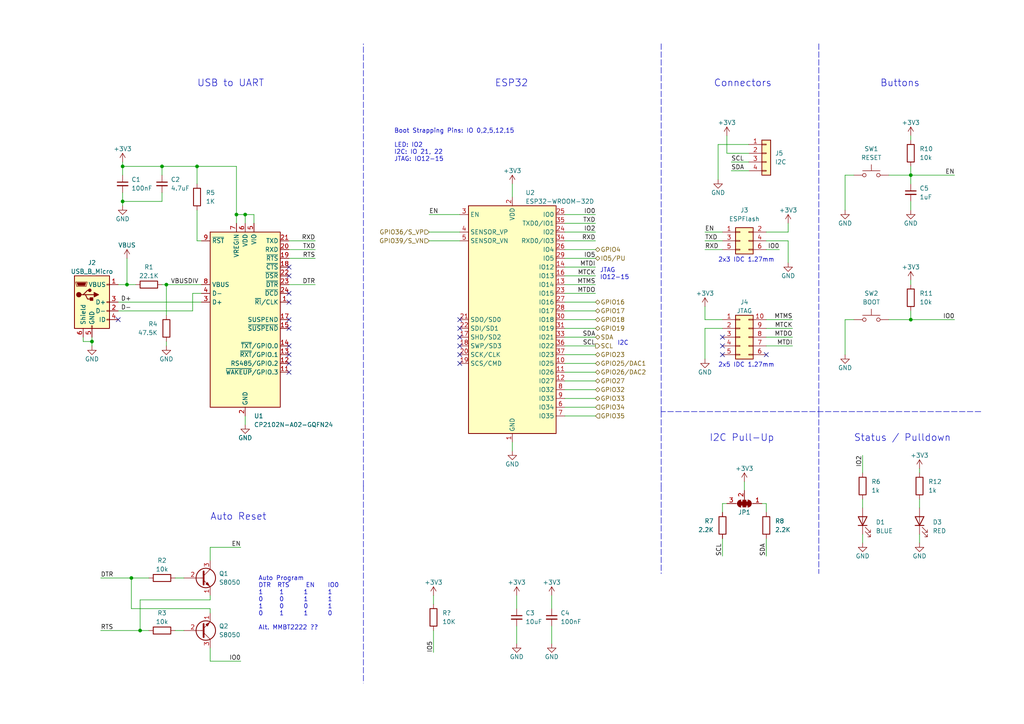
<source format=kicad_sch>
(kicad_sch (version 20211123) (generator eeschema)
  (paper "A4")
  (title_block (title "SW-3221: Controller") (date "2022-01-30") (rev "1"))
  (lib_symbols
    (symbol "Connector:USB_B_Micro" (pin_names (offset 1.016))
      (property "Reference" "J" (at -5.08 11.43 0))
      (property "Value" "USB_B_Micro" (at -5.08 8.89 0))
      (symbol "USB_B_Micro_0_1"
        (rectangle (start -5.08 -7.62) (end 5.08 7.62) (stroke (width 0.254)) (fill (type background)))
        (circle (center -3.81 2.159) (radius 0.635) (stroke (width 0.254)) (fill (type outline)))
        (circle (center -0.635 3.429) (radius 0.381) (stroke (width 0.254)) (fill (type outline)))
        (rectangle (start -0.127 -7.62) (end 0.127 -6.858))
        (polyline (pts (xy -1.905 2.159) (xy 0.635 2.159)) (stroke (width 0.254)))
        (polyline (pts (xy -3.175 2.159) (xy -2.54 2.159) (xy -1.27 3.429) (xy -0.635 3.429)) (stroke (width 0.254)))
        (polyline (pts (xy -2.54 2.159) (xy -1.905 2.159) (xy -1.27 0.889) (xy 0 0.889)) (stroke (width 0.254)))
        (polyline (pts (xy 0.635 2.794) (xy 0.635 1.524) (xy 1.905 2.159) (xy 0.635 2.794)) (stroke (width 0.254)) (fill (type outline)))
        (polyline (pts (xy -4.318 5.588) (xy -1.778 5.588) (xy -2.032 4.826) (xy -4.064 4.826) (xy -4.318 5.588)) (fill (type outline)))
        (polyline (pts (xy -4.699 5.842) (xy -4.699 5.588) (xy -4.445 4.826) (xy -4.445 4.572) (xy -1.651 4.572) (xy -1.651 4.826) (xy -1.397 5.588) (xy -1.397 5.842) (xy -4.699 5.842)))
        (rectangle (start 0.254 1.27) (end -0.508 0.508) (stroke (width 0.254)) (fill (type outline)))
        (rectangle (start 5.08 -5.207) (end 4.318 -4.953))
        (rectangle (start 5.08 -2.667) (end 4.318 -2.413))
        (rectangle (start 5.08 -0.127) (end 4.318 0.127))
        (rectangle (start 5.08 4.953) (end 4.318 5.207))
      )
      (symbol "USB_B_Micro_1_1"
        (pin power_out line (at 7.62 5.08 180) (length 2.54) (name "VBUS") (number "1"))
        (pin bidirectional line (at 7.62 -2.54 180) (length 2.54) (name "D-") (number "2"))
        (pin bidirectional line (at 7.62 0 180) (length 2.54) (name "D+") (number "3"))
        (pin passive line (at 7.62 -5.08 180) (length 2.54) (name "ID") (number "4"))
        (pin power_out line (at 0 -10.16 90) (length 2.54) (name "GND") (number "5"))
        (pin passive line (at -2.54 -10.16 90) (length 2.54) (name "Shield") (number "6"))
      )
    )
    (symbol "Connector_Generic:Conn_01x04" (pin_names (offset 1.016) hide)
      (property "Reference" "J" (at 0 5.08 0))
      (property "Value" "Conn_01x04" (at 0 -7.62 0))
      (symbol "Conn_01x04_1_1"
        (rectangle (start -1.27 -4.953) (end 0 -5.207) (stroke (width 0.1524)))
        (rectangle (start -1.27 -2.413) (end 0 -2.667) (stroke (width 0.1524)))
        (rectangle (start -1.27 0.127) (end 0 -0.127) (stroke (width 0.1524)))
        (rectangle (start -1.27 2.667) (end 0 2.413) (stroke (width 0.1524)))
        (rectangle (start -1.27 3.81) (end 1.27 -6.35) (stroke (width 0.254)) (fill (type background)))
        (pin passive line (at -5.08 2.54 0) (length 3.81) (name "Pin_1") (number "1"))
        (pin passive line (at -5.08 0 0) (length 3.81) (name "Pin_2") (number "2"))
        (pin passive line (at -5.08 -2.54 0) (length 3.81) (name "Pin_3") (number "3"))
        (pin passive line (at -5.08 -5.08 0) (length 3.81) (name "Pin_4") (number "4"))
      )
    )
    (symbol "Connector_Generic:Conn_02x03_Odd_Even" (pin_names (offset 1.016) hide)
      (property "Reference" "J" (at 1.27 5.08 0))
      (property "Value" "Conn_02x03_Odd_Even" (at 1.27 -5.08 0))
      (symbol "Conn_02x03_Odd_Even_1_1"
        (rectangle (start -1.27 -2.413) (end 0 -2.667) (stroke (width 0.1524)))
        (rectangle (start -1.27 0.127) (end 0 -0.127) (stroke (width 0.1524)))
        (rectangle (start -1.27 2.667) (end 0 2.413) (stroke (width 0.1524)))
        (rectangle (start -1.27 3.81) (end 3.81 -3.81) (stroke (width 0.254)) (fill (type background)))
        (rectangle (start 3.81 -2.413) (end 2.54 -2.667) (stroke (width 0.1524)))
        (rectangle (start 3.81 0.127) (end 2.54 -0.127) (stroke (width 0.1524)))
        (rectangle (start 3.81 2.667) (end 2.54 2.413) (stroke (width 0.1524)))
        (pin passive line (at -5.08 2.54 0) (length 3.81) (name "Pin_1") (number "1"))
        (pin passive line (at 7.62 2.54 180) (length 3.81) (name "Pin_2") (number "2"))
        (pin passive line (at -5.08 0 0) (length 3.81) (name "Pin_3") (number "3"))
        (pin passive line (at 7.62 0 180) (length 3.81) (name "Pin_4") (number "4"))
        (pin passive line (at -5.08 -2.54 0) (length 3.81) (name "Pin_5") (number "5"))
        (pin passive line (at 7.62 -2.54 180) (length 3.81) (name "Pin_6") (number "6"))
      )
    )
    (symbol "Connector_Generic:Conn_02x05_Counter_Clockwise" (pin_names (offset 1.016) hide)
      (property "Reference" "J" (at 1.27 7.62 0))
      (property "Value" "Conn_02x05_Counter_Clockwise" (at 1.27 -7.62 0))
      (symbol "Conn_02x05_Counter_Clockwise_1_1"
        (rectangle (start -1.27 -4.953) (end 0 -5.207) (stroke (width 0.1524)))
        (rectangle (start -1.27 -2.413) (end 0 -2.667) (stroke (width 0.1524)))
        (rectangle (start -1.27 0.127) (end 0 -0.127) (stroke (width 0.1524)))
        (rectangle (start -1.27 2.667) (end 0 2.413) (stroke (width 0.1524)))
        (rectangle (start -1.27 5.207) (end 0 4.953) (stroke (width 0.1524)))
        (rectangle (start -1.27 6.35) (end 3.81 -6.35) (stroke (width 0.254)) (fill (type background)))
        (rectangle (start 3.81 -4.953) (end 2.54 -5.207) (stroke (width 0.1524)))
        (rectangle (start 3.81 -2.413) (end 2.54 -2.667) (stroke (width 0.1524)))
        (rectangle (start 3.81 0.127) (end 2.54 -0.127) (stroke (width 0.1524)))
        (rectangle (start 3.81 2.667) (end 2.54 2.413) (stroke (width 0.1524)))
        (rectangle (start 3.81 5.207) (end 2.54 4.953) (stroke (width 0.1524)))
        (pin passive line (at -5.08 5.08 0) (length 3.81) (name "Pin_1") (number "1"))
        (pin passive line (at 7.62 5.08 180) (length 3.81) (name "Pin_10") (number "10"))
        (pin passive line (at -5.08 2.54 0) (length 3.81) (name "Pin_2") (number "2"))
        (pin passive line (at -5.08 0 0) (length 3.81) (name "Pin_3") (number "3"))
        (pin passive line (at -5.08 -2.54 0) (length 3.81) (name "Pin_4") (number "4"))
        (pin passive line (at -5.08 -5.08 0) (length 3.81) (name "Pin_5") (number "5"))
        (pin passive line (at 7.62 -5.08 180) (length 3.81) (name "Pin_6") (number "6"))
        (pin passive line (at 7.62 -2.54 180) (length 3.81) (name "Pin_7") (number "7"))
        (pin passive line (at 7.62 0 180) (length 3.81) (name "Pin_8") (number "8"))
        (pin passive line (at 7.62 2.54 180) (length 3.81) (name "Pin_9") (number "9"))
      )
    )
    (symbol "Device:C_Small" (pin_numbers hide) (pin_names (offset 0.254) hide)
      (property "Reference" "C" (at 0.254 1.778 0))
      (property "Value" "C_Small" (at 0.254 -2.032 0))
      (symbol "C_Small_0_1"
        (polyline (pts (xy -1.524 -0.508) (xy 1.524 -0.508)) (stroke (width 0.3302)))
        (polyline (pts (xy -1.524 0.508) (xy 1.524 0.508)) (stroke (width 0.3048)))
      )
      (symbol "C_Small_1_1"
        (pin passive line (at 0 2.54 270) (length 2.032) (name "~") (number "1"))
        (pin passive line (at 0 -2.54 90) (length 2.032) (name "~") (number "2"))
      )
    )
    (symbol "Device:LED" (pin_numbers hide) (pin_names (offset 1.016) hide)
      (property "Reference" "D" (at 0 2.54 0))
      (property "Value" "LED" (at 0 -2.54 0))
      (symbol "LED_0_1"
        (polyline (pts (xy -1.27 -1.27) (xy -1.27 1.27)) (stroke (width 0.254)))
        (polyline (pts (xy -1.27 0) (xy 1.27 0)))
        (polyline (pts (xy 1.27 -1.27) (xy 1.27 1.27) (xy -1.27 0) (xy 1.27 -1.27)) (stroke (width 0.254)))
        (polyline (pts (xy -3.048 -0.762) (xy -4.572 -2.286) (xy -3.81 -2.286) (xy -4.572 -2.286) (xy -4.572 -1.524)))
        (polyline (pts (xy -1.778 -0.762) (xy -3.302 -2.286) (xy -2.54 -2.286) (xy -3.302 -2.286) (xy -3.302 -1.524)))
      )
      (symbol "LED_1_1"
        (pin passive line (at -3.81 0 0) (length 2.54) (name "K") (number "1"))
        (pin passive line (at 3.81 0 180) (length 2.54) (name "A") (number "2"))
      )
    )
    (symbol "Device:R" (pin_numbers hide) (pin_names (offset 0))
      (property "Reference" "R" (at 2.032 0 90))
      (property "Value" "R" (at 0 0 90))
      (symbol "R_0_1"
        (rectangle (start -1.016 -2.54) (end 1.016 2.54) (stroke (width 0.254)))
      )
      (symbol "R_1_1"
        (pin passive line (at 0 3.81 270) (length 1.27) (name "~") (number "1"))
        (pin passive line (at 0 -3.81 90) (length 1.27) (name "~") (number "2"))
      )
    )
    (symbol "Interface_USB:CP2102N-Axx-xQFN24"
      (property "Reference" "U" (at -8.89 26.67 0))
      (property "Value" "CP2102N-Axx-xQFN24" (at 13.97 26.67 0))
      (symbol "CP2102N-Axx-xQFN24_0_1"
        (rectangle (start -10.16 25.4) (end 10.16 -25.4) (stroke (width 0.254)) (fill (type background)))
      )
      (symbol "CP2102N-Axx-xQFN24_1_1"
        (pin bidirectional line (at 12.7 5.08 180) (length 2.54) (name "~{RI}/CLK") (number "1"))
        (pin no_connect line (at -10.16 -22.86 0) (length 2.54) hide (name "NC") (number "10"))
        (pin bidirectional line (at 12.7 -15.24 180) (length 2.54) (name "~{WAKEUP}/GPIO.3") (number "11"))
        (pin bidirectional line (at 12.7 -12.7 180) (length 2.54) (name "RS485/GPIO.2") (number "12"))
        (pin bidirectional line (at 12.7 -10.16 180) (length 2.54) (name "~{RXT}/GPIO.1") (number "13"))
        (pin bidirectional line (at 12.7 -7.62 180) (length 2.54) (name "~{TXT}/GPIO.0") (number "14"))
        (pin output line (at 12.7 -2.54 180) (length 2.54) (name "~{SUSPEND}") (number "15"))
        (pin no_connect line (at 10.16 -22.86 180) (length 2.54) hide (name "NC") (number "16"))
        (pin output line (at 12.7 0 180) (length 2.54) (name "SUSPEND") (number "17"))
        (pin input line (at 12.7 15.24 180) (length 2.54) (name "~{CTS}") (number "18"))
        (pin output line (at 12.7 17.78 180) (length 2.54) (name "~{RTS}") (number "19"))
        (pin power_in line (at 0 -27.94 90) (length 2.54) (name "GND") (number "2"))
        (pin input line (at 12.7 20.32 180) (length 2.54) (name "RXD") (number "20"))
        (pin output line (at 12.7 22.86 180) (length 2.54) (name "TXD") (number "21"))
        (pin input line (at 12.7 12.7 180) (length 2.54) (name "~{DSR}") (number "22"))
        (pin output line (at 12.7 10.16 180) (length 2.54) (name "~{DTR}") (number "23"))
        (pin input line (at 12.7 7.62 180) (length 2.54) (name "~{DCD}") (number "24"))
        (pin passive line (at 0 -27.94 90) (length 2.54) hide (name "GND") (number "25"))
        (pin bidirectional line (at -12.7 5.08 0) (length 2.54) (name "D+") (number "3"))
        (pin bidirectional line (at -12.7 7.62 0) (length 2.54) (name "D-") (number "4"))
        (pin power_in line (at 2.54 27.94 270) (length 2.54) (name "VIO") (number "5"))
        (pin power_in line (at 0 27.94 270) (length 2.54) (name "VDD") (number "6"))
        (pin power_in line (at -2.54 27.94 270) (length 2.54) (name "VREGIN") (number "7"))
        (pin input line (at -12.7 10.16 0) (length 2.54) (name "VBUS") (number "8"))
        (pin input line (at -12.7 22.86 0) (length 2.54) (name "~{RST}") (number "9"))
      )
    )
    (symbol "Jumper:SolderJumper_3_Bridged123" (pin_names (offset 0) hide)
      (property "Reference" "JP" (at -2.54 -2.54 0))
      (property "Value" "SolderJumper_3_Bridged123" (at 0 2.794 0))
      (symbol "SolderJumper_3_Bridged123_0_1"
        (rectangle (start -1.016 0.508) (end -0.508 -0.508) (fill (type outline)))
        (arc (start -1.016 1.016) (mid -2.032 0) (end -1.016 -1.016))
        (arc (start -1.016 1.016) (mid -2.032 0) (end -1.016 -1.016) (fill (type outline)))
        (rectangle (start -0.508 1.016) (end 0.508 -1.016) (fill (type outline)))
        (polyline (pts (xy -2.54 0) (xy -2.032 0)))
        (polyline (pts (xy -1.016 1.016) (xy -1.016 -1.016)))
        (polyline (pts (xy 0 -1.27) (xy 0 -1.016)))
        (polyline (pts (xy 1.016 1.016) (xy 1.016 -1.016)))
        (polyline (pts (xy 2.54 0) (xy 2.032 0)))
        (rectangle (start 0.508 0.508) (end 1.016 -0.508) (fill (type outline)))
        (arc (start 1.016 -1.016) (mid 2.032 0) (end 1.016 1.016))
        (arc (start 1.016 -1.016) (mid 2.032 0) (end 1.016 1.016) (fill (type outline)))
      )
      (symbol "SolderJumper_3_Bridged123_1_1"
        (pin passive line (at -5.08 0 0) (length 2.54) (name "A") (number "1"))
        (pin input line (at 0 -3.81 90) (length 2.54) (name "C") (number "2"))
        (pin passive line (at 5.08 0 180) (length 2.54) (name "B") (number "3"))
      )
    )
    (symbol "RF_Module:ESP32-WROOM-32D"
      (property "Reference" "U" (at -12.7 34.29 0))
      (property "Value" "ESP32-WROOM-32D" (at 1.27 34.29 0))
      (symbol "ESP32-WROOM-32D_0_1"
        (rectangle (start -12.7 33.02) (end 12.7 -33.02) (stroke (width 0.254)) (fill (type background)))
      )
      (symbol "ESP32-WROOM-32D_1_1"
        (pin power_in line (at 0 -35.56 90) (length 2.54) (name "GND") (number "1"))
        (pin bidirectional line (at 15.24 -12.7 180) (length 2.54) (name "IO25") (number "10"))
        (pin bidirectional line (at 15.24 -15.24 180) (length 2.54) (name "IO26") (number "11"))
        (pin bidirectional line (at 15.24 -17.78 180) (length 2.54) (name "IO27") (number "12"))
        (pin bidirectional line (at 15.24 10.16 180) (length 2.54) (name "IO14") (number "13"))
        (pin bidirectional line (at 15.24 15.24 180) (length 2.54) (name "IO12") (number "14"))
        (pin passive line (at 0 -35.56 90) (length 2.54) hide (name "GND") (number "15"))
        (pin bidirectional line (at 15.24 12.7 180) (length 2.54) (name "IO13") (number "16"))
        (pin bidirectional line (at -15.24 -5.08 0) (length 2.54) (name "SHD/SD2") (number "17"))
        (pin bidirectional line (at -15.24 -7.62 0) (length 2.54) (name "SWP/SD3") (number "18"))
        (pin bidirectional line (at -15.24 -12.7 0) (length 2.54) (name "SCS/CMD") (number "19"))
        (pin power_in line (at 0 35.56 270) (length 2.54) (name "VDD") (number "2"))
        (pin bidirectional line (at -15.24 -10.16 0) (length 2.54) (name "SCK/CLK") (number "20"))
        (pin bidirectional line (at -15.24 0 0) (length 2.54) (name "SDO/SD0") (number "21"))
        (pin bidirectional line (at -15.24 -2.54 0) (length 2.54) (name "SDI/SD1") (number "22"))
        (pin bidirectional line (at 15.24 7.62 180) (length 2.54) (name "IO15") (number "23"))
        (pin bidirectional line (at 15.24 25.4 180) (length 2.54) (name "IO2") (number "24"))
        (pin bidirectional line (at 15.24 30.48 180) (length 2.54) (name "IO0") (number "25"))
        (pin bidirectional line (at 15.24 20.32 180) (length 2.54) (name "IO4") (number "26"))
        (pin bidirectional line (at 15.24 5.08 180) (length 2.54) (name "IO16") (number "27"))
        (pin bidirectional line (at 15.24 2.54 180) (length 2.54) (name "IO17") (number "28"))
        (pin bidirectional line (at 15.24 17.78 180) (length 2.54) (name "IO5") (number "29"))
        (pin input line (at -15.24 30.48 0) (length 2.54) (name "EN") (number "3"))
        (pin bidirectional line (at 15.24 0 180) (length 2.54) (name "IO18") (number "30"))
        (pin bidirectional line (at 15.24 -2.54 180) (length 2.54) (name "IO19") (number "31"))
        (pin no_connect line (at -12.7 -27.94 0) (length 2.54) hide (name "NC") (number "32"))
        (pin bidirectional line (at 15.24 -5.08 180) (length 2.54) (name "IO21") (number "33"))
        (pin bidirectional line (at 15.24 22.86 180) (length 2.54) (name "RXD0/IO3") (number "34"))
        (pin bidirectional line (at 15.24 27.94 180) (length 2.54) (name "TXD0/IO1") (number "35"))
        (pin bidirectional line (at 15.24 -7.62 180) (length 2.54) (name "IO22") (number "36"))
        (pin bidirectional line (at 15.24 -10.16 180) (length 2.54) (name "IO23") (number "37"))
        (pin passive line (at 0 -35.56 90) (length 2.54) hide (name "GND") (number "38"))
        (pin passive line (at 0 -35.56 90) (length 2.54) hide (name "GND") (number "39"))
        (pin input line (at -15.24 25.4 0) (length 2.54) (name "SENSOR_VP") (number "4"))
        (pin input line (at -15.24 22.86 0) (length 2.54) (name "SENSOR_VN") (number "5"))
        (pin input line (at 15.24 -25.4 180) (length 2.54) (name "IO34") (number "6"))
        (pin input line (at 15.24 -27.94 180) (length 2.54) (name "IO35") (number "7"))
        (pin bidirectional line (at 15.24 -20.32 180) (length 2.54) (name "IO32") (number "8"))
        (pin bidirectional line (at 15.24 -22.86 180) (length 2.54) (name "IO33") (number "9"))
      )
    )
    (symbol "Switch:SW_Push" (pin_numbers hide) (pin_names (offset 1.016) hide)
      (property "Reference" "SW" (at 1.27 2.54 0))
      (property "Value" "SW_Push" (at 0 -1.524 0))
      (symbol "SW_Push_0_1"
        (circle (center -2.032 0) (radius 0.508))
        (polyline (pts (xy 0 1.27) (xy 0 3.048)))
        (polyline (pts (xy 2.54 1.27) (xy -2.54 1.27)))
        (circle (center 2.032 0) (radius 0.508))
        (pin passive line (at -5.08 0 0) (length 2.54) (name "1") (number "1"))
        (pin passive line (at 5.08 0 180) (length 2.54) (name "2") (number "2"))
      )
    )
    (symbol "Transistor_BJT:S8050" (pin_names (offset 0) hide)
      (property "Reference" "Q" (at 5.08 1.905 0))
      (property "Value" "S8050" (at 5.08 0 0))
      (symbol "S8050_0_1"
        (polyline (pts (xy 0 0) (xy 0.635 0)))
        (polyline (pts (xy 0.635 0.635) (xy 2.54 2.54)))
        (polyline (pts (xy 0.635 -0.635) (xy 2.54 -2.54) (xy 2.54 -2.54)))
        (polyline (pts (xy 0.635 1.905) (xy 0.635 -1.905) (xy 0.635 -1.905)) (stroke (width 0.508)))
        (polyline (pts (xy 1.27 -1.778) (xy 1.778 -1.27) (xy 2.286 -2.286) (xy 1.27 -1.778) (xy 1.27 -1.778)) (fill (type outline)))
        (circle (center 1.27 0) (radius 2.8194) (stroke (width 0.254)))
      )
      (symbol "S8050_1_1"
        (pin passive line (at 2.54 -5.08 90) (length 2.54) (name "E") (number "1"))
        (pin input line (at -5.08 0 0) (length 5.08) (name "B") (number "2"))
        (pin passive line (at 2.54 5.08 270) (length 2.54) (name "C") (number "3"))
      )
    )
    (symbol "power:+3.3V" (power) (pin_names (offset 0))
      (property "Value" "+3.3V" (at 0 3.556 0))
      (symbol "+3.3V_0_1"
        (polyline (pts (xy -0.762 1.27) (xy 0 2.54)))
        (polyline (pts (xy 0 0) (xy 0 2.54)))
        (polyline (pts (xy 0 2.54) (xy 0.762 1.27)))
      )
      (symbol "+3.3V_1_1"
        (pin power_in line (at 0 0 90) (length 0) hide (name "+3V3") (number "1"))
      )
    )
    (symbol "power:GND" (power) (pin_names (offset 0))
      (property "Value" "GND" (at 0 -3.81 0))
      (symbol "GND_0_1"
        (polyline (pts (xy 0 0) (xy 0 -1.27) (xy 1.27 -1.27) (xy 0 -2.54) (xy -1.27 -1.27) (xy 0 -1.27)))
      )
      (symbol "GND_1_1"
        (pin power_in line (at 0 0 270) (length 0) hide (name "GND") (number "1"))
      )
    )
    (symbol "power:VBUS" (power) (pin_names (offset 0))
      (property "Value" "VBUS" (at 0 3.81 0))
      (symbol "VBUS_0_1"
        (polyline (pts (xy -0.762 1.27) (xy 0 2.54)))
        (polyline (pts (xy 0 0) (xy 0 2.54)))
        (polyline (pts (xy 0 2.54) (xy 0.762 1.27)))
      )
      (symbol "VBUS_1_1"
        (pin power_in line (at 0 0 90) (length 0) hide (name "VBUS") (number "1"))
      )
    )
  )
  (junction (at 38.1 167.64))
  (junction (at 48.26 82.55))
  (junction (at 264.16 50.8))
  (junction (at 40.64 182.88))
  (junction (at 26.67 99.06))
  (junction (at 264.16 92.71))
  (junction (at 36.83 82.55))
  (junction (at 46.99 48.26))
  (junction (at 71.12 62.23))
  (junction (at 57.15 48.26))
  (junction (at 68.58 62.23))
  (junction (at 35.56 58.42))
  (junction (at 35.56 48.26))
  (no_connect (at 133.35 92.71))
  (no_connect (at 133.35 100.33))
  (no_connect (at 133.35 102.87))
  (no_connect (at 133.35 95.25))
  (no_connect (at 133.35 97.79))
  (no_connect (at 133.35 105.41))
  (no_connect (at 83.82 77.47))
  (no_connect (at 83.82 92.71))
  (no_connect (at 83.82 87.63))
  (no_connect (at 83.82 95.25))
  (no_connect (at 83.82 85.09))
  (no_connect (at 83.82 80.01))
  (no_connect (at 83.82 105.41))
  (no_connect (at 83.82 100.33))
  (no_connect (at 83.82 102.87))
  (no_connect (at 83.82 107.95))
  (no_connect (at 34.29 92.71))
  (no_connect (at 222.25 102.87))
  (no_connect (at 209.55 100.33))
  (no_connect (at 209.55 102.87))
  (no_connect (at 209.55 97.79))
  (wire (pts (xy 163.83 69.85) (xy 172.72 69.85)))
  (wire (pts (xy 204.47 95.25) (xy 209.55 95.25)))
  (wire (pts (xy 222.25 72.39) (xy 226.06 72.39)))
  (wire (pts (xy 26.67 99.06) (xy 24.13 99.06)))
  (wire (pts (xy 250.19 154.94) (xy 250.19 157.48)))
  (wire (pts (xy 215.9 139.7) (xy 215.9 142.24)))
  (wire (pts (xy 57.15 69.85) (xy 58.42 69.85)))
  (wire (pts (xy 217.17 46.99) (xy 212.09 46.99)))
  (wire (pts (xy 163.83 64.77) (xy 172.72 64.77)))
  (wire (pts (xy 48.26 82.55) (xy 48.26 91.44)))
  (wire (pts (xy 222.25 161.29) (xy 222.25 156.21)))
  (wire (pts (xy 36.83 74.93) (xy 36.83 82.55)))
  (wire (pts (xy 60.96 162.56) (xy 60.96 158.75)))
  (wire (pts (xy 40.64 182.88) (xy 43.18 182.88)))
  (wire (pts (xy 163.83 95.25) (xy 172.72 95.25)))
  (wire (pts (xy 250.19 132.08) (xy 250.19 137.16)))
  (wire (pts (xy 58.42 85.09) (xy 55.88 85.09)))
  (wire (pts (xy 204.47 92.71) (xy 209.55 92.71)))
  (wire (pts (xy 57.15 48.26) (xy 68.58 48.26)))
  (wire (pts (xy 209.55 72.39) (xy 204.47 72.39)))
  (wire (pts (xy 26.67 97.79) (xy 26.67 99.06)))
  (wire (pts (xy 35.56 48.26) (xy 46.99 48.26)))
  (polyline (pts (xy 284.48 119.38) (xy 191.77 119.38)))
  (wire (pts (xy 73.66 62.23) (xy 71.12 62.23)))
  (wire (pts (xy 163.83 113.03) (xy 172.72 113.03)))
  (wire (pts (xy 209.55 69.85) (xy 204.47 69.85)))
  (wire (pts (xy 163.83 90.17) (xy 172.72 90.17)))
  (wire (pts (xy 220.98 146.05) (xy 222.25 146.05)))
  (wire (pts (xy 46.99 55.88) (xy 46.99 58.42)))
  (wire (pts (xy 264.16 39.37) (xy 264.16 40.64)))
  (wire (pts (xy 163.83 102.87) (xy 172.72 102.87)))
  (wire (pts (xy 57.15 48.26) (xy 57.15 53.34)))
  (wire (pts (xy 222.25 95.25) (xy 229.87 95.25)))
  (wire (pts (xy 264.16 50.8) (xy 257.81 50.8)))
  (wire (pts (xy 68.58 62.23) (xy 68.58 64.77)))
  (polyline (pts (xy 237.49 12.7) (xy 237.49 119.38)))
  (wire (pts (xy 60.96 191.77) (xy 69.85 191.77)))
  (wire (pts (xy 222.25 97.79) (xy 229.87 97.79)))
  (wire (pts (xy 149.86 181.61) (xy 149.86 186.69)))
  (wire (pts (xy 163.83 110.49) (xy 172.72 110.49)))
  (wire (pts (xy 264.16 48.26) (xy 264.16 50.8)))
  (wire (pts (xy 133.35 69.85) (xy 124.46 69.85)))
  (wire (pts (xy 163.83 80.01) (xy 172.72 80.01)))
  (wire (pts (xy 83.82 72.39) (xy 91.44 72.39)))
  (wire (pts (xy 222.25 100.33) (xy 229.87 100.33)))
  (wire (pts (xy 228.6 69.85) (xy 228.6 76.2)))
  (wire (pts (xy 60.96 158.75) (xy 69.85 158.75)))
  (wire (pts (xy 83.82 82.55) (xy 91.44 82.55)))
  (wire (pts (xy 163.83 62.23) (xy 172.72 62.23)))
  (wire (pts (xy 222.25 92.71) (xy 229.87 92.71)))
  (wire (pts (xy 163.83 115.57) (xy 172.72 115.57)))
  (wire (pts (xy 247.65 92.71) (xy 245.11 92.71)))
  (wire (pts (xy 264.16 90.17) (xy 264.16 92.71)))
  (wire (pts (xy 35.56 58.42) (xy 46.99 58.42)))
  (wire (pts (xy 55.88 85.09) (xy 55.88 90.17)))
  (polyline (pts (xy 237.49 119.38) (xy 237.49 166.37)))
  (wire (pts (xy 160.02 172.72) (xy 160.02 176.53)))
  (wire (pts (xy 83.82 74.93) (xy 91.44 74.93)))
  (wire (pts (xy 24.13 97.79) (xy 24.13 99.06)))
  (wire (pts (xy 257.81 92.71) (xy 264.16 92.71)))
  (wire (pts (xy 46.99 48.26) (xy 57.15 48.26)))
  (wire (pts (xy 228.6 64.77) (xy 228.6 67.31)))
  (wire (pts (xy 163.83 74.93) (xy 172.72 74.93)))
  (wire (pts (xy 50.8 167.64) (xy 53.34 167.64)))
  (wire (pts (xy 38.1 176.53) (xy 60.96 176.53)))
  (wire (pts (xy 148.59 53.34) (xy 148.59 57.15)))
  (wire (pts (xy 68.58 48.26) (xy 68.58 62.23)))
  (wire (pts (xy 57.15 69.85) (xy 57.15 60.96)))
  (wire (pts (xy 60.96 187.96) (xy 60.96 191.77)))
  (wire (pts (xy 208.28 41.91) (xy 208.28 52.07)))
  (wire (pts (xy 55.88 90.17) (xy 34.29 90.17)))
  (wire (pts (xy 163.83 107.95) (xy 172.72 107.95)))
  (wire (pts (xy 264.16 81.28) (xy 264.16 82.55)))
  (wire (pts (xy 163.83 85.09) (xy 172.72 85.09)))
  (wire (pts (xy 124.46 62.23) (xy 133.35 62.23)))
  (wire (pts (xy 264.16 50.8) (xy 264.16 53.34)))
  (polyline (pts (xy 191.77 12.7) (xy 191.77 119.38)))
  (wire (pts (xy 264.16 58.42) (xy 264.16 60.96)))
  (wire (pts (xy 34.29 87.63) (xy 58.42 87.63)))
  (wire (pts (xy 209.55 146.05) (xy 210.82 146.05)))
  (polyline (pts (xy 191.77 140.97) (xy 191.77 166.37)))
  (wire (pts (xy 266.7 135.89) (xy 266.7 137.16)))
  (wire (pts (xy 34.29 82.55) (xy 36.83 82.55)))
  (wire (pts (xy 71.12 62.23) (xy 71.12 64.77)))
  (wire (pts (xy 228.6 67.31) (xy 222.25 67.31)))
  (wire (pts (xy 217.17 49.53) (xy 212.09 49.53)))
  (wire (pts (xy 245.11 50.8) (xy 245.11 60.96)))
  (wire (pts (xy 209.55 148.59) (xy 209.55 146.05)))
  (wire (pts (xy 247.65 50.8) (xy 245.11 50.8)))
  (wire (pts (xy 163.83 82.55) (xy 172.72 82.55)))
  (wire (pts (xy 163.83 105.41) (xy 172.72 105.41)))
  (polyline (pts (xy 105.41 140.97) (xy 105.41 198.12)))
  (wire (pts (xy 266.7 144.78) (xy 266.7 147.32)))
  (wire (pts (xy 60.96 172.72) (xy 60.96 173.99)))
  (wire (pts (xy 46.99 82.55) (xy 48.26 82.55)))
  (wire (pts (xy 35.56 48.26) (xy 35.56 50.8)))
  (wire (pts (xy 148.59 128.27) (xy 148.59 130.81)))
  (wire (pts (xy 60.96 173.99) (xy 40.64 173.99)))
  (wire (pts (xy 210.82 39.37) (xy 210.82 44.45)))
  (wire (pts (xy 125.73 182.88) (xy 125.73 189.23)))
  (polyline (pts (xy 191.77 119.38) (xy 191.77 140.97)))
  (wire (pts (xy 222.25 69.85) (xy 228.6 69.85)))
  (wire (pts (xy 209.55 161.29) (xy 209.55 156.21)))
  (wire (pts (xy 36.83 82.55) (xy 39.37 82.55)))
  (wire (pts (xy 163.83 77.47) (xy 172.72 77.47)))
  (wire (pts (xy 43.18 167.64) (xy 38.1 167.64)))
  (wire (pts (xy 209.55 67.31) (xy 204.47 67.31)))
  (wire (pts (xy 264.16 92.71) (xy 276.86 92.71)))
  (wire (pts (xy 48.26 99.06) (xy 48.26 100.33)))
  (wire (pts (xy 222.25 146.05) (xy 222.25 148.59)))
  (wire (pts (xy 26.67 99.06) (xy 26.67 100.33)))
  (wire (pts (xy 35.56 55.88) (xy 35.56 58.42)))
  (wire (pts (xy 35.56 59.69) (xy 35.56 58.42)))
  (wire (pts (xy 163.83 67.31) (xy 172.72 67.31)))
  (wire (pts (xy 29.21 182.88) (xy 40.64 182.88)))
  (wire (pts (xy 266.7 154.94) (xy 266.7 157.48)))
  (wire (pts (xy 46.99 48.26) (xy 46.99 50.8)))
  (wire (pts (xy 125.73 172.72) (xy 125.73 175.26)))
  (wire (pts (xy 71.12 62.23) (xy 68.58 62.23)))
  (wire (pts (xy 133.35 67.31) (xy 124.46 67.31)))
  (wire (pts (xy 160.02 181.61) (xy 160.02 186.69)))
  (wire (pts (xy 149.86 172.72) (xy 149.86 176.53)))
  (wire (pts (xy 40.64 173.99) (xy 40.64 182.88)))
  (wire (pts (xy 163.83 87.63) (xy 172.72 87.63)))
  (wire (pts (xy 83.82 69.85) (xy 91.44 69.85)))
  (wire (pts (xy 163.83 97.79) (xy 172.72 97.79)))
  (wire (pts (xy 35.56 46.99) (xy 35.56 48.26)))
  (wire (pts (xy 29.21 167.64) (xy 38.1 167.64)))
  (wire (pts (xy 163.83 72.39) (xy 172.72 72.39)))
  (wire (pts (xy 163.83 92.71) (xy 172.72 92.71)))
  (wire (pts (xy 163.83 118.11) (xy 172.72 118.11)))
  (wire (pts (xy 71.12 120.65) (xy 71.12 123.19)))
  (wire (pts (xy 217.17 44.45) (xy 210.82 44.45)))
  (wire (pts (xy 204.47 88.9) (xy 204.47 92.71)))
  (wire (pts (xy 38.1 167.64) (xy 38.1 176.53)))
  (wire (pts (xy 264.16 50.8) (xy 276.86 50.8)))
  (wire (pts (xy 204.47 104.14) (xy 204.47 95.25)))
  (polyline (pts (xy 105.41 140.97) (xy 105.41 12.7)))
  (wire (pts (xy 48.26 82.55) (xy 58.42 82.55)))
  (wire (pts (xy 245.11 92.71) (xy 245.11 102.87)))
  (wire (pts (xy 163.83 100.33) (xy 172.72 100.33)))
  (wire (pts (xy 50.8 182.88) (xy 53.34 182.88)))
  (wire (pts (xy 250.19 144.78) (xy 250.19 147.32)))
  (wire (pts (xy 208.28 41.91) (xy 217.17 41.91)))
  (wire (pts (xy 73.66 64.77) (xy 73.66 62.23)))
  (wire (pts (xy 60.96 176.53) (xy 60.96 177.8)))
  (wire (pts (xy 163.83 120.65) (xy 172.72 120.65)))
  (text "Status / Pulldown" (at 247.65 128.27 0) (effects (font (size 2 2)) (justify left bottom)))
  (text "I2C" (at 179.07 100.33 0) (effects (font (size 1.27 1.27)) (justify left bottom)))
  (text "ESP32" (at 143.51 25.4 0) (effects (font (size 2 2)) (justify left bottom)))
  (text "2x3 IDC 1.27mm" (at 208.28 76.2 0) (effects (font (size 1.27 1.27)) (justify left bottom)))
  (text "2x5 IDC 1.27mm" (at 208.28 106.68 0) (effects (font (size 1.27 1.27)) (justify left bottom)))
  (text "Auto Program\nDTR  RTS     EN    IO0\n1     1      1      1\n0     0      1      1\n1     0      0      1\n0     1      1      0\n\nAlt. MMBT2222 ??" (at 74.93 182.88 0) (effects (font (size 1.27 1.27)) (justify left bottom)))
  (text "Auto Reset" (at 60.96 151.13 0) (effects (font (size 2 2)) (justify left bottom)))
  (text "USB to UART" (at 57.15 25.4 0) (effects (font (size 2 2)) (justify left bottom)))
  (text "I2C Pull-Up" (at 205.74 128.27 0) (effects (font (size 2 2)) (justify left bottom)))
  (text "JTAG\nIO12-15" (at 173.99 81.28 0) (effects (font (size 1.27 1.27)) (justify left bottom)))
  (text "Boot Strapping Pins: IO 0,2,5,12,15\n\nLED: IO2\nI2C: IO 21, 22\nJTAG: IO12-15" (at 114.3 46.99 0) (effects (font (size 1.27 1.27)) (justify left bottom)))
  (text "Connectors" (at 207.01 25.4 0) (effects (font (size 2 2)) (justify left bottom)))
  (text "Buttons" (at 255.27 25.4 0) (effects (font (size 2 2)) (justify left bottom)))
  (label "TXD" (at 172.72 64.77 180))
  (label "MTDO" (at 172.72 85.09 180))
  (label "MTCK" (at 229.87 95.25 180))
  (label "IO5" (at 172.72 74.93 180))
  (label "IO2" (at 172.72 67.31 180))
  (label "MTCK" (at 172.72 80.01 180))
  (label "SDA" (at 222.25 161.29 90))
  (label "SCL" (at 212.09 46.99 0))
  (label "VBUSDIV" (at 49.53 82.55 0))
  (label "SDA" (at 212.09 49.53 0))
  (label "IO0" (at 69.85 191.77 180))
  (label "IO5" (at 125.73 189.23 90))
  (label "RTS" (at 29.21 182.88 0))
  (label "D-" (at 38.1 90.17 180))
  (label "MTMS" (at 172.72 82.55 180))
  (label "EN" (at 69.85 158.75 180))
  (label "MTDI" (at 229.87 100.33 180))
  (label "RXD" (at 172.72 69.85 180))
  (label "EN" (at 276.86 50.8 180))
  (label "TXD" (at 91.44 72.39 180))
  (label "TXD" (at 204.47 69.85 0))
  (label "IO2" (at 250.19 132.08 270))
  (label "SDA" (at 172.72 97.79 180))
  (label "MTDI" (at 172.72 77.47 180))
  (label "DTR" (at 29.21 167.64 0))
  (label "IO0" (at 172.72 62.23 180))
  (label "D+" (at 38.1 87.63 180))
  (label "SCL" (at 209.55 161.29 90))
  (label "IO0" (at 276.86 92.71 180))
  (label "RXD" (at 91.44 69.85 180))
  (label "SCL" (at 172.72 100.33 180))
  (label "RTS" (at 91.44 74.93 180))
  (label "RXD" (at 204.47 72.39 0))
  (label "MTDO" (at 229.87 97.79 180))
  (label "EN" (at 124.46 62.23 0))
  (label "DTR" (at 91.44 82.55 180))
  (label "IO0" (at 226.06 72.39 180))
  (label "EN" (at 204.47 67.31 0))
  (label "MTMS" (at 229.87 92.71 180))
  (hierarchical_label "GPIO25{slash}DAC1" (shape bidirectional) (at 172.72 105.41 0))
  (hierarchical_label "IO5{slash}PU" (shape bidirectional) (at 172.72 74.93 0))
  (hierarchical_label "GPIO23" (shape bidirectional) (at 172.72 102.87 0))
  (hierarchical_label "GPIO27" (shape bidirectional) (at 172.72 110.49 0))
  (hierarchical_label "GPIO18" (shape bidirectional) (at 172.72 92.71 0))
  (hierarchical_label "GPIO36{slash}S_VP" (shape input) (at 124.46 67.31 180))
  (hierarchical_label "GPIO39{slash}S_VN" (shape input) (at 124.46 69.85 180))
  (hierarchical_label "SDA" (shape bidirectional) (at 172.72 97.79 0))
  (hierarchical_label "GPIO33" (shape bidirectional) (at 172.72 115.57 0))
  (hierarchical_label "GPIO34" (shape input) (at 172.72 118.11 0))
  (hierarchical_label "GPIO32" (shape bidirectional) (at 172.72 113.03 0))
  (hierarchical_label "GPIO16" (shape bidirectional) (at 172.72 87.63 0))
  (hierarchical_label "SCL" (shape output) (at 172.72 100.33 0))
  (hierarchical_label "GPIO19" (shape bidirectional) (at 172.72 95.25 0))
  (hierarchical_label "GPIO35" (shape input) (at 172.72 120.65 0))
  (hierarchical_label "GPIO26{slash}DAC2" (shape bidirectional) (at 172.72 107.95 0))
  (hierarchical_label "GPIO17" (shape bidirectional) (at 172.72 90.17 0))
  (hierarchical_label "GPIO4" (shape bidirectional) (at 172.72 72.39 0))
  (symbol (lib_id "Device:C_Small") (at 149.86 179.07 0) (unit 1)
    (property "Reference" "C3" (at 152.4 177.8 0) (effects (justify left)))
    (property "Value" "10uF" (at 152.4 180.34 0) (effects (justify left)))
    (property "Footprint" "Capacitor_SMD:C_0603_1608Metric" (effects hide))
  )
  (symbol (lib_id "power:+3.3V") (at 264.16 81.28 0) (unit 1)
    (property "Reference" "#PWR030" (effects hide))
    (property "Value" "+3.3V" (at 264.16 77.47 0))
  )
  (symbol (lib_id "power:GND") (at 266.7 157.48 0) (unit 1)
    (property "Reference" "#PWR032" (effects hide))
    (property "Value" "GND" (at 266.7 161.29 0))
  )
  (symbol (lib_id "Device:LED") (at 266.7 151.13 90) (unit 1)
    (property "Reference" "D3" (at 270.51 151.4474 90) (effects (justify right)))
    (property "Value" "RED" (at 270.51 153.9874 90) (effects (justify right)))
    (property "Footprint" "LED_SMD:LED_0805_2012Metric" (effects hide))
  )
  (symbol (lib_id "power:+3.3V") (at 204.47 88.9 0) (unit 1)
    (property "Reference" "#PWR018" (effects hide))
    (property "Value" "+3.3V" (at 204.47 85.09 0))
  )
  (symbol (lib_id "Device:R") (at 250.19 140.97 180) (unit 1)
    (property "Reference" "R6" (at 252.73 139.6999 0) (effects (justify right)))
    (property "Value" "1k" (at 252.73 142.2399 0) (effects (justify right)))
    (property "Footprint" "Resistor_SMD:R_0603_1608Metric" (effects hide))
  )
  (symbol (lib_id "power:GND") (at 204.47 104.14 0) (unit 1)
    (property "Reference" "#PWR019" (effects hide))
    (property "Value" "GND" (at 204.47 107.95 0))
  )
  (symbol (lib_id "RF_Module:ESP32-WROOM-32D") (at 148.59 92.71 0) (unit 1)
    (property "Reference" "U2" (at 152.4 55.88 0) (effects (justify left)))
    (property "Value" "ESP32-WROOM-32D" (at 152.4 58.42 0) (effects (justify left)))
    (property "Footprint" "RF_Module:ESP32-WROOM-32" (effects hide))
    (property "Datasheet" "https://www.espressif.com/sites/default/files/documentation/esp32-wroom-32d_esp32-wroom-32u_datasheet_en.pdf" (effects hide))
  )
  (symbol (lib_id "power:+3.3V") (at 210.82 39.37 0) (unit 1)
    (property "Reference" "#PWR021" (effects hide))
    (property "Value" "+3.3V" (at 210.82 35.56 0))
  )
  (symbol (lib_id "power:+3.3V") (at 228.6 64.77 0) (unit 1)
    (property "Reference" "#PWR023" (effects hide))
    (property "Value" "+3.3V" (at 228.6 60.96 0))
  )
  (symbol (lib_id "power:+3.3V") (at 160.02 172.72 0) (unit 1)
    (property "Reference" "#PWR016" (effects hide))
    (property "Value" "+3.3V" (at 160.02 168.91 0))
  )
  (symbol (lib_id "Transistor_BJT:S8050") (at 58.42 167.64 0) (unit 1)
    (property "Reference" "Q1" (at 63.5 166.3699 0) (effects (justify left)))
    (property "Value" "S8050" (at 63.5 168.9099 0) (effects (justify left)))
    (property "Footprint" "Package_TO_SOT_SMD:SOT-23" (effects hide))
    (property "Datasheet" "http://www.unisonic.com.tw/datasheet/S8050.pdf" (effects hide))
  )
  (symbol (lib_id "Device:C_Small") (at 264.16 55.88 0) (unit 1)
    (property "Reference" "C5" (at 266.7 54.6162 0) (effects (justify left)))
    (property "Value" "1uF" (at 266.7 57.1562 0) (effects (justify left)))
    (property "Footprint" "Capacitor_SMD:C_0603_1608Metric" (effects hide))
  )
  (symbol (lib_id "Device:LED") (at 250.19 151.13 90) (unit 1)
    (property "Reference" "D1" (at 254 151.4474 90) (effects (justify right)))
    (property "Value" "BLUE" (at 254 153.9874 90) (effects (justify right)))
    (property "Footprint" "LED_SMD:LED_0805_2012Metric" (effects hide))
  )
  (symbol (lib_id "Device:R") (at 264.16 44.45 180) (unit 1)
    (property "Reference" "R10" (at 266.7 43.1799 0) (effects (justify right)))
    (property "Value" "10k" (at 266.7 45.7199 0) (effects (justify right)))
    (property "Footprint" "Resistor_SMD:R_0603_1608Metric" (effects hide))
  )
  (symbol (lib_id "power:GND") (at 160.02 186.69 0) (unit 1)
    (property "Reference" "#PWR017" (effects hide))
    (property "Value" "GND" (at 160.02 190.5 0))
  )
  (symbol (lib_id "Device:R") (at 48.26 95.25 0) (unit 1)
    (property "Reference" "R4" (at 45.72 93.9799 0) (effects (justify right)))
    (property "Value" "47.5K" (at 45.72 96.5199 0) (effects (justify right)))
    (property "Footprint" "Resistor_SMD:R_0603_1608Metric" (effects hide))
  )
  (symbol (lib_id "power:+3.3V") (at 148.59 53.34 0) (unit 1)
    (property "Reference" "#PWR012" (effects hide))
    (property "Value" "+3.3V" (at 148.59 49.53 0))
  )
  (symbol (lib_id "power:GND") (at 208.28 52.07 0) (unit 1)
    (property "Reference" "#PWR020" (effects hide))
    (property "Value" "GND" (at 208.28 55.88 0))
  )
  (symbol (lib_id "Interface_USB:CP2102N-Axx-xQFN24") (at 71.12 92.71 0) (unit 1)
    (property "Reference" "U1" (at 73.66 120.65 0) (effects (justify left)))
    (property "Value" "CP2102N-A02-GQFN24" (at 73.66 123.19 0) (effects (justify left)))
    (property "Footprint" "Package_DFN_QFN:QFN-24-1EP_4x4mm_P0.5mm_EP2.6x2.6mm" (effects hide))
    (property "Datasheet" "https://www.silabs.com/documents/public/data-sheets/cp2102n-datasheet.pdf" (effects hide))
  )
  (symbol (lib_id "Connector_Generic:Conn_02x03_Odd_Even") (at 214.63 69.85 0) (unit 1)
    (property "Reference" "J3" (at 215.9 60.96 0))
    (property "Value" "ESPFlash" (at 215.9 63.5 0))
  )
  (symbol (lib_id "Device:R") (at 46.99 182.88 90) (unit 1)
    (property "Reference" "R3" (at 46.99 177.8 90))
    (property "Value" "10k" (at 46.99 180.34 90))
    (property "Footprint" "Resistor_SMD:R_0603_1608Metric" (effects hide))
  )
  (symbol (lib_id "Connector:USB_B_Micro") (at 26.67 87.63 0) (unit 1)
    (property "Reference" "J2" (at 26.67 76.2 0))
    (property "Value" "USB_B_Micro" (at 26.67 78.74 0))
  )
  (symbol (lib_id "Device:R") (at 264.16 86.36 180) (unit 1)
    (property "Reference" "R11" (at 266.7 85.0899 0) (effects (justify right)))
    (property "Value" "10k" (at 266.7 87.6299 0) (effects (justify right)))
    (property "Footprint" "Resistor_SMD:R_0603_1608Metric" (effects hide))
  )
  (symbol (lib_id "power:+3.3V") (at 149.86 172.72 0) (unit 1)
    (property "Reference" "#PWR014" (effects hide))
    (property "Value" "+3.3V" (at 149.86 168.91 0))
  )
  (symbol (lib_id "power:+3.3V") (at 264.16 39.37 0) (unit 1)
    (property "Reference" "#PWR028" (effects hide))
    (property "Value" "+3.3V" (at 264.16 35.56 0))
  )
  (symbol (lib_id "power:+3.3V") (at 266.7 135.89 0) (unit 1)
    (property "Reference" "#PWR031" (effects hide))
    (property "Value" "+3.3V" (at 266.7 132.08 0))
  )
  (symbol (lib_id "Switch:SW_Push") (at 252.73 50.8 0) (unit 1)
    (property "Reference" "SW1" (at 252.73 43.18 0))
    (property "Value" "RESET" (at 252.73 45.72 0))
    (property "Footprint" "Button_Switch_SMD:SW_Push_SPST_NO_Alps_SKRK" (effects hide))
  )
  (symbol (lib_id "Device:C_Small") (at 35.56 53.34 0) (unit 1)
    (property "Reference" "C1" (at 38.1 52.0762 0) (effects (justify left)))
    (property "Value" "100nF" (at 38.1 54.6162 0) (effects (justify left)))
    (property "Footprint" "Capacitor_SMD:C_0603_1608Metric" (effects hide))
  )
  (symbol (lib_id "power:+3.3V") (at 215.9 139.7 0) (unit 1)
    (property "Reference" "#PWR022" (effects hide))
    (property "Value" "+3.3V" (at 215.9 135.89 0))
  )
  (symbol (lib_id "Switch:SW_Push") (at 252.73 92.71 0) (unit 1)
    (property "Reference" "SW2" (at 252.73 85.09 0))
    (property "Value" "BOOT" (at 252.73 87.63 0))
    (property "Footprint" "Button_Switch_SMD:SW_Push_SPST_NO_Alps_SKRK" (effects hide))
  )
  (symbol (lib_id "power:GND") (at 264.16 60.96 0) (unit 1)
    (property "Reference" "#PWR029" (effects hide))
    (property "Value" "GND" (at 264.16 64.77 0))
  )
  (symbol (lib_id "Transistor_BJT:S8050") (at 58.42 182.88 0) (mirror x) (unit 1)
    (property "Reference" "Q2" (at 63.5 181.6099 0) (effects (justify left)))
    (property "Value" "S8050" (at 63.5 184.1499 0) (effects (justify left)))
    (property "Footprint" "Package_TO_SOT_SMD:SOT-23" (effects hide))
    (property "Datasheet" "http://www.unisonic.com.tw/datasheet/S8050.pdf" (effects hide))
  )
  (symbol (lib_id "Device:R") (at 209.55 152.4 0) (unit 1)
    (property "Reference" "R7" (at 207.01 151.1299 0) (effects (justify right)))
    (property "Value" "2.2K" (at 207.01 153.6699 0) (effects (justify right)))
    (property "Footprint" "Resistor_SMD:R_0603_1608Metric" (effects hide))
  )
  (symbol (lib_id "power:+3.3V") (at 35.56 46.99 0) (unit 1)
    (property "Reference" "#PWR06" (effects hide))
    (property "Value" "+3.3V" (at 35.56 43.18 0))
  )
  (symbol (lib_id "power:GND") (at 149.86 186.69 0) (unit 1)
    (property "Reference" "#PWR015" (effects hide))
    (property "Value" "GND" (at 149.86 190.5 0))
  )
  (symbol (lib_id "power:GND") (at 26.67 100.33 0) (unit 1)
    (property "Reference" "#PWR05" (effects hide))
    (property "Value" "GND" (at 26.67 104.14 0))
  )
  (symbol (lib_id "Device:R") (at 57.15 57.15 0) (unit 1)
    (property "Reference" "R5" (at 59.69 55.8799 0) (effects (justify left)))
    (property "Value" "1K" (at 59.69 58.4199 0) (effects (justify left)))
    (property "Footprint" "Resistor_SMD:R_0603_1608Metric" (effects hide))
  )
  (symbol (lib_id "Device:R") (at 43.18 82.55 90) (unit 1)
    (property "Reference" "R1" (at 43.18 77.47 90))
    (property "Value" "22.1K" (at 43.18 80.01 90))
    (property "Footprint" "Resistor_SMD:R_0603_1608Metric" (effects hide))
  )
  (symbol (lib_id "Jumper:SolderJumper_3_Bridged123") (at 215.9 146.05 180) (unit 1)
    (property "Reference" "JP1" (at 215.9 148.59 0))
    (property "Value" "SolderJumper_3_Bridged123" (effects hide))
  )
  (symbol (lib_id "power:GND") (at 71.12 123.19 0) (unit 1)
    (property "Reference" "#PWR010" (effects hide))
    (property "Value" "GND" (at 71.12 127 0))
  )
  (symbol (lib_id "Connector_Generic:Conn_02x05_Counter_Clockwise") (at 214.63 97.79 0) (unit 1)
    (property "Reference" "J4" (at 215.9 87.63 0))
    (property "Value" "JTAG" (at 215.9 90.17 0))
  )
  (symbol (lib_id "power:GND") (at 48.26 100.33 0) (unit 1)
    (property "Reference" "#PWR09" (effects hide))
    (property "Value" "GND" (at 48.26 104.14 0))
  )
  (symbol (lib_id "power:GND") (at 245.11 60.96 0) (unit 1)
    (property "Reference" "#PWR025" (effects hide))
    (property "Value" "GND" (at 245.11 64.77 0))
  )
  (symbol (lib_id "power:GND") (at 228.6 76.2 0) (unit 1)
    (property "Reference" "#PWR024" (effects hide))
    (property "Value" "GND" (at 228.6 80.01 0))
  )
  (symbol (lib_id "Device:R") (at 46.99 167.64 90) (unit 1)
    (property "Reference" "R2" (at 46.99 162.56 90))
    (property "Value" "10k" (at 46.99 165.1 90))
    (property "Footprint" "Resistor_SMD:R_0603_1608Metric" (effects hide))
  )
  (symbol (lib_id "Device:C_Small") (at 160.02 179.07 0) (unit 1)
    (property "Reference" "C4" (at 162.56 177.8 0) (effects (justify left)))
    (property "Value" "100nF" (at 162.56 180.34 0) (effects (justify left)))
    (property "Footprint" "Capacitor_SMD:C_0603_1608Metric" (effects hide))
  )
  (symbol (lib_id "Device:R") (at 266.7 140.97 180) (unit 1)
    (property "Reference" "R12" (at 269.24 139.6999 0) (effects (justify right)))
    (property "Value" "1k" (at 269.24 142.2399 0) (effects (justify right)))
    (property "Footprint" "Resistor_SMD:R_0603_1608Metric" (effects hide))
  )
  (symbol (lib_id "power:GND") (at 250.19 157.48 0) (unit 1)
    (property "Reference" "#PWR011" (effects hide))
    (property "Value" "GND" (at 250.19 161.29 0))
  )
  (symbol (lib_id "power:+3.3V") (at 125.73 172.72 0) (unit 1)
    (property "Reference" "#PWR?" (effects hide))
    (property "Value" "+3.3V" (at 125.73 168.91 0))
  )
  (symbol (lib_id "Device:R") (at 222.25 152.4 0) (unit 1)
    (property "Reference" "R8" (at 224.79 151.1299 0) (effects (justify left)))
    (property "Value" "2.2K" (at 224.79 153.6699 0) (effects (justify left)))
    (property "Footprint" "Resistor_SMD:R_0603_1608Metric" (effects hide))
  )
  (symbol (lib_id "Device:C_Small") (at 46.99 53.34 0) (unit 1)
    (property "Reference" "C2" (at 49.53 52.0762 0) (effects (justify left)))
    (property "Value" "4.7uF" (at 49.53 54.6162 0) (effects (justify left)))
    (property "Footprint" "Capacitor_SMD:C_0603_1608Metric" (effects hide))
  )
  (symbol (lib_id "power:GND") (at 35.56 59.69 0) (unit 1)
    (property "Reference" "#PWR07" (effects hide))
    (property "Value" "GND" (at 35.56 63.5 0))
  )
  (symbol (lib_id "Device:R") (at 125.73 179.07 180) (unit 1)
    (property "Reference" "R?" (at 128.27 177.7999 0) (effects (justify right)))
    (property "Value" "10K" (at 128.27 180.3399 0) (effects (justify right)))
    (property "Footprint" "Resistor_SMD:R_0603_1608Metric" (effects hide))
  )
  (symbol (lib_id "power:GND") (at 148.59 130.81 0) (unit 1)
    (property "Reference" "#PWR013" (effects hide))
    (property "Value" "GND" (at 148.59 134.62 0))
  )
  (symbol (lib_id "power:VBUS") (at 36.83 74.93 0) (unit 1)
    (property "Reference" "#PWR08" (effects hide))
    (property "Value" "VBUS" (at 36.83 71.12 0))
  )
  (symbol (lib_id "Connector_Generic:Conn_01x04") (at 222.25 44.45 0) (unit 1)
    (property "Reference" "J5" (at 224.79 44.4499 0) (effects (justify left)))
    (property "Value" "I2C" (at 224.79 46.9899 0) (effects (justify left)))
    (property "Footprint" "Connector_PinHeader_2.54mm:PinHeader_1x04_P2.54mm_Vertical" (effects hide))
  )
  (symbol (lib_id "power:GND") (at 245.11 102.87 0) (unit 1)
    (property "Reference" "#PWR026" (effects hide))
    (property "Value" "GND" (at 245.11 106.68 0))
  )
)
</source>
